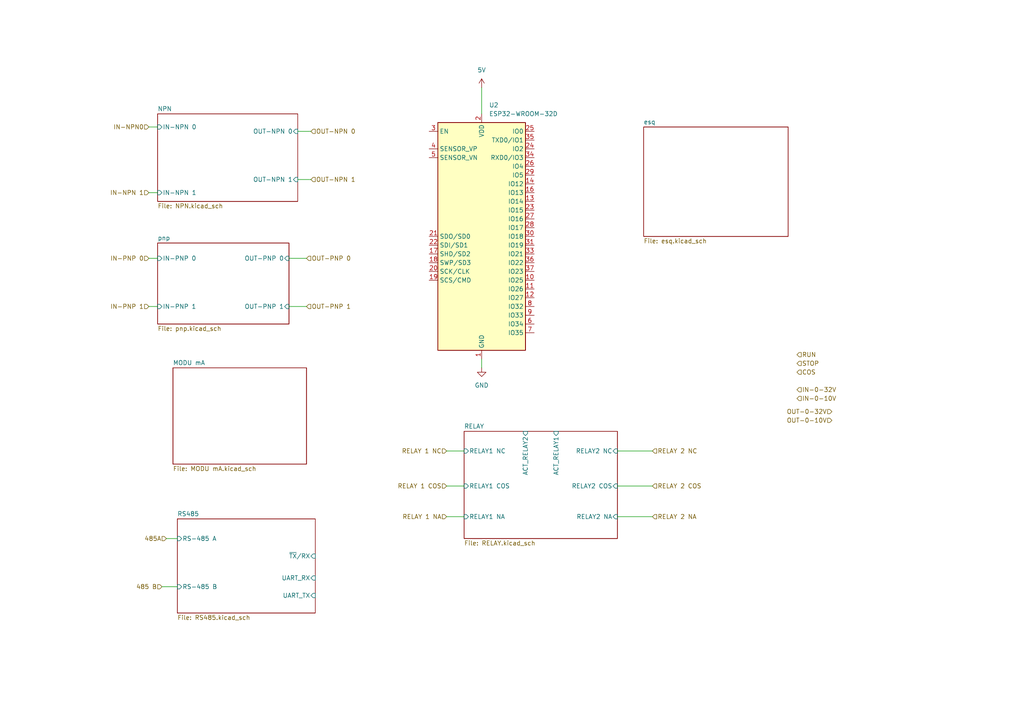
<source format=kicad_sch>
(kicad_sch
	(version 20250114)
	(generator "eeschema")
	(generator_version "9.0")
	(uuid "1c1dc4fd-f596-4f1c-9732-d4d58e86b314")
	(paper "A4")
	(lib_symbols
		(symbol "RF_Module:ESP32-WROOM-32D"
			(exclude_from_sim no)
			(in_bom yes)
			(on_board yes)
			(property "Reference" "U"
				(at -12.7 34.29 0)
				(effects
					(font
						(size 1.27 1.27)
					)
					(justify left)
				)
			)
			(property "Value" "ESP32-WROOM-32D"
				(at 1.27 34.29 0)
				(effects
					(font
						(size 1.27 1.27)
					)
					(justify left)
				)
			)
			(property "Footprint" "RF_Module:ESP32-WROOM-32D"
				(at 16.51 -34.29 0)
				(effects
					(font
						(size 1.27 1.27)
					)
					(hide yes)
				)
			)
			(property "Datasheet" "https://www.espressif.com/sites/default/files/documentation/esp32-wroom-32d_esp32-wroom-32u_datasheet_en.pdf"
				(at -7.62 1.27 0)
				(effects
					(font
						(size 1.27 1.27)
					)
					(hide yes)
				)
			)
			(property "Description" "RF Module, ESP32-D0WD SoC, Wi-Fi 802.11b/g/n, Bluetooth, BLE, 32-bit, 2.7-3.6V, onboard antenna, SMD"
				(at 0 0 0)
				(effects
					(font
						(size 1.27 1.27)
					)
					(hide yes)
				)
			)
			(property "ki_keywords" "RF Radio BT ESP ESP32 Espressif onboard PCB antenna"
				(at 0 0 0)
				(effects
					(font
						(size 1.27 1.27)
					)
					(hide yes)
				)
			)
			(property "ki_fp_filters" "ESP32?WROOM?32D*"
				(at 0 0 0)
				(effects
					(font
						(size 1.27 1.27)
					)
					(hide yes)
				)
			)
			(symbol "ESP32-WROOM-32D_0_1"
				(rectangle
					(start -12.7 33.02)
					(end 12.7 -33.02)
					(stroke
						(width 0.254)
						(type default)
					)
					(fill
						(type background)
					)
				)
			)
			(symbol "ESP32-WROOM-32D_1_1"
				(pin input line
					(at -15.24 30.48 0)
					(length 2.54)
					(name "EN"
						(effects
							(font
								(size 1.27 1.27)
							)
						)
					)
					(number "3"
						(effects
							(font
								(size 1.27 1.27)
							)
						)
					)
				)
				(pin input line
					(at -15.24 25.4 0)
					(length 2.54)
					(name "SENSOR_VP"
						(effects
							(font
								(size 1.27 1.27)
							)
						)
					)
					(number "4"
						(effects
							(font
								(size 1.27 1.27)
							)
						)
					)
				)
				(pin input line
					(at -15.24 22.86 0)
					(length 2.54)
					(name "SENSOR_VN"
						(effects
							(font
								(size 1.27 1.27)
							)
						)
					)
					(number "5"
						(effects
							(font
								(size 1.27 1.27)
							)
						)
					)
				)
				(pin bidirectional line
					(at -15.24 0 0)
					(length 2.54)
					(name "SDO/SD0"
						(effects
							(font
								(size 1.27 1.27)
							)
						)
					)
					(number "21"
						(effects
							(font
								(size 1.27 1.27)
							)
						)
					)
				)
				(pin bidirectional line
					(at -15.24 -2.54 0)
					(length 2.54)
					(name "SDI/SD1"
						(effects
							(font
								(size 1.27 1.27)
							)
						)
					)
					(number "22"
						(effects
							(font
								(size 1.27 1.27)
							)
						)
					)
				)
				(pin bidirectional line
					(at -15.24 -5.08 0)
					(length 2.54)
					(name "SHD/SD2"
						(effects
							(font
								(size 1.27 1.27)
							)
						)
					)
					(number "17"
						(effects
							(font
								(size 1.27 1.27)
							)
						)
					)
				)
				(pin bidirectional line
					(at -15.24 -7.62 0)
					(length 2.54)
					(name "SWP/SD3"
						(effects
							(font
								(size 1.27 1.27)
							)
						)
					)
					(number "18"
						(effects
							(font
								(size 1.27 1.27)
							)
						)
					)
				)
				(pin bidirectional line
					(at -15.24 -10.16 0)
					(length 2.54)
					(name "SCK/CLK"
						(effects
							(font
								(size 1.27 1.27)
							)
						)
					)
					(number "20"
						(effects
							(font
								(size 1.27 1.27)
							)
						)
					)
				)
				(pin bidirectional line
					(at -15.24 -12.7 0)
					(length 2.54)
					(name "SCS/CMD"
						(effects
							(font
								(size 1.27 1.27)
							)
						)
					)
					(number "19"
						(effects
							(font
								(size 1.27 1.27)
							)
						)
					)
				)
				(pin no_connect line
					(at -12.7 -27.94 0)
					(length 2.54)
					(hide yes)
					(name "NC"
						(effects
							(font
								(size 1.27 1.27)
							)
						)
					)
					(number "32"
						(effects
							(font
								(size 1.27 1.27)
							)
						)
					)
				)
				(pin power_in line
					(at 0 35.56 270)
					(length 2.54)
					(name "VDD"
						(effects
							(font
								(size 1.27 1.27)
							)
						)
					)
					(number "2"
						(effects
							(font
								(size 1.27 1.27)
							)
						)
					)
				)
				(pin power_in line
					(at 0 -35.56 90)
					(length 2.54)
					(name "GND"
						(effects
							(font
								(size 1.27 1.27)
							)
						)
					)
					(number "1"
						(effects
							(font
								(size 1.27 1.27)
							)
						)
					)
				)
				(pin passive line
					(at 0 -35.56 90)
					(length 2.54)
					(hide yes)
					(name "GND"
						(effects
							(font
								(size 1.27 1.27)
							)
						)
					)
					(number "15"
						(effects
							(font
								(size 1.27 1.27)
							)
						)
					)
				)
				(pin passive line
					(at 0 -35.56 90)
					(length 2.54)
					(hide yes)
					(name "GND"
						(effects
							(font
								(size 1.27 1.27)
							)
						)
					)
					(number "38"
						(effects
							(font
								(size 1.27 1.27)
							)
						)
					)
				)
				(pin passive line
					(at 0 -35.56 90)
					(length 2.54)
					(hide yes)
					(name "GND"
						(effects
							(font
								(size 1.27 1.27)
							)
						)
					)
					(number "39"
						(effects
							(font
								(size 1.27 1.27)
							)
						)
					)
				)
				(pin bidirectional line
					(at 15.24 30.48 180)
					(length 2.54)
					(name "IO0"
						(effects
							(font
								(size 1.27 1.27)
							)
						)
					)
					(number "25"
						(effects
							(font
								(size 1.27 1.27)
							)
						)
					)
				)
				(pin bidirectional line
					(at 15.24 27.94 180)
					(length 2.54)
					(name "TXD0/IO1"
						(effects
							(font
								(size 1.27 1.27)
							)
						)
					)
					(number "35"
						(effects
							(font
								(size 1.27 1.27)
							)
						)
					)
				)
				(pin bidirectional line
					(at 15.24 25.4 180)
					(length 2.54)
					(name "IO2"
						(effects
							(font
								(size 1.27 1.27)
							)
						)
					)
					(number "24"
						(effects
							(font
								(size 1.27 1.27)
							)
						)
					)
				)
				(pin bidirectional line
					(at 15.24 22.86 180)
					(length 2.54)
					(name "RXD0/IO3"
						(effects
							(font
								(size 1.27 1.27)
							)
						)
					)
					(number "34"
						(effects
							(font
								(size 1.27 1.27)
							)
						)
					)
				)
				(pin bidirectional line
					(at 15.24 20.32 180)
					(length 2.54)
					(name "IO4"
						(effects
							(font
								(size 1.27 1.27)
							)
						)
					)
					(number "26"
						(effects
							(font
								(size 1.27 1.27)
							)
						)
					)
				)
				(pin bidirectional line
					(at 15.24 17.78 180)
					(length 2.54)
					(name "IO5"
						(effects
							(font
								(size 1.27 1.27)
							)
						)
					)
					(number "29"
						(effects
							(font
								(size 1.27 1.27)
							)
						)
					)
				)
				(pin bidirectional line
					(at 15.24 15.24 180)
					(length 2.54)
					(name "IO12"
						(effects
							(font
								(size 1.27 1.27)
							)
						)
					)
					(number "14"
						(effects
							(font
								(size 1.27 1.27)
							)
						)
					)
				)
				(pin bidirectional line
					(at 15.24 12.7 180)
					(length 2.54)
					(name "IO13"
						(effects
							(font
								(size 1.27 1.27)
							)
						)
					)
					(number "16"
						(effects
							(font
								(size 1.27 1.27)
							)
						)
					)
				)
				(pin bidirectional line
					(at 15.24 10.16 180)
					(length 2.54)
					(name "IO14"
						(effects
							(font
								(size 1.27 1.27)
							)
						)
					)
					(number "13"
						(effects
							(font
								(size 1.27 1.27)
							)
						)
					)
				)
				(pin bidirectional line
					(at 15.24 7.62 180)
					(length 2.54)
					(name "IO15"
						(effects
							(font
								(size 1.27 1.27)
							)
						)
					)
					(number "23"
						(effects
							(font
								(size 1.27 1.27)
							)
						)
					)
				)
				(pin bidirectional line
					(at 15.24 5.08 180)
					(length 2.54)
					(name "IO16"
						(effects
							(font
								(size 1.27 1.27)
							)
						)
					)
					(number "27"
						(effects
							(font
								(size 1.27 1.27)
							)
						)
					)
				)
				(pin bidirectional line
					(at 15.24 2.54 180)
					(length 2.54)
					(name "IO17"
						(effects
							(font
								(size 1.27 1.27)
							)
						)
					)
					(number "28"
						(effects
							(font
								(size 1.27 1.27)
							)
						)
					)
				)
				(pin bidirectional line
					(at 15.24 0 180)
					(length 2.54)
					(name "IO18"
						(effects
							(font
								(size 1.27 1.27)
							)
						)
					)
					(number "30"
						(effects
							(font
								(size 1.27 1.27)
							)
						)
					)
				)
				(pin bidirectional line
					(at 15.24 -2.54 180)
					(length 2.54)
					(name "IO19"
						(effects
							(font
								(size 1.27 1.27)
							)
						)
					)
					(number "31"
						(effects
							(font
								(size 1.27 1.27)
							)
						)
					)
				)
				(pin bidirectional line
					(at 15.24 -5.08 180)
					(length 2.54)
					(name "IO21"
						(effects
							(font
								(size 1.27 1.27)
							)
						)
					)
					(number "33"
						(effects
							(font
								(size 1.27 1.27)
							)
						)
					)
				)
				(pin bidirectional line
					(at 15.24 -7.62 180)
					(length 2.54)
					(name "IO22"
						(effects
							(font
								(size 1.27 1.27)
							)
						)
					)
					(number "36"
						(effects
							(font
								(size 1.27 1.27)
							)
						)
					)
				)
				(pin bidirectional line
					(at 15.24 -10.16 180)
					(length 2.54)
					(name "IO23"
						(effects
							(font
								(size 1.27 1.27)
							)
						)
					)
					(number "37"
						(effects
							(font
								(size 1.27 1.27)
							)
						)
					)
				)
				(pin bidirectional line
					(at 15.24 -12.7 180)
					(length 2.54)
					(name "IO25"
						(effects
							(font
								(size 1.27 1.27)
							)
						)
					)
					(number "10"
						(effects
							(font
								(size 1.27 1.27)
							)
						)
					)
				)
				(pin bidirectional line
					(at 15.24 -15.24 180)
					(length 2.54)
					(name "IO26"
						(effects
							(font
								(size 1.27 1.27)
							)
						)
					)
					(number "11"
						(effects
							(font
								(size 1.27 1.27)
							)
						)
					)
				)
				(pin bidirectional line
					(at 15.24 -17.78 180)
					(length 2.54)
					(name "IO27"
						(effects
							(font
								(size 1.27 1.27)
							)
						)
					)
					(number "12"
						(effects
							(font
								(size 1.27 1.27)
							)
						)
					)
				)
				(pin bidirectional line
					(at 15.24 -20.32 180)
					(length 2.54)
					(name "IO32"
						(effects
							(font
								(size 1.27 1.27)
							)
						)
					)
					(number "8"
						(effects
							(font
								(size 1.27 1.27)
							)
						)
					)
				)
				(pin bidirectional line
					(at 15.24 -22.86 180)
					(length 2.54)
					(name "IO33"
						(effects
							(font
								(size 1.27 1.27)
							)
						)
					)
					(number "9"
						(effects
							(font
								(size 1.27 1.27)
							)
						)
					)
				)
				(pin input line
					(at 15.24 -25.4 180)
					(length 2.54)
					(name "IO34"
						(effects
							(font
								(size 1.27 1.27)
							)
						)
					)
					(number "6"
						(effects
							(font
								(size 1.27 1.27)
							)
						)
					)
				)
				(pin input line
					(at 15.24 -27.94 180)
					(length 2.54)
					(name "IO35"
						(effects
							(font
								(size 1.27 1.27)
							)
						)
					)
					(number "7"
						(effects
							(font
								(size 1.27 1.27)
							)
						)
					)
				)
			)
			(embedded_fonts no)
		)
		(symbol "power:GND"
			(power)
			(pin_numbers
				(hide yes)
			)
			(pin_names
				(offset 0)
				(hide yes)
			)
			(exclude_from_sim no)
			(in_bom yes)
			(on_board yes)
			(property "Reference" "#PWR"
				(at 0 -6.35 0)
				(effects
					(font
						(size 1.27 1.27)
					)
					(hide yes)
				)
			)
			(property "Value" "GND"
				(at 0 -3.81 0)
				(effects
					(font
						(size 1.27 1.27)
					)
				)
			)
			(property "Footprint" ""
				(at 0 0 0)
				(effects
					(font
						(size 1.27 1.27)
					)
					(hide yes)
				)
			)
			(property "Datasheet" ""
				(at 0 0 0)
				(effects
					(font
						(size 1.27 1.27)
					)
					(hide yes)
				)
			)
			(property "Description" "Power symbol creates a global label with name \"GND\" , ground"
				(at 0 0 0)
				(effects
					(font
						(size 1.27 1.27)
					)
					(hide yes)
				)
			)
			(property "ki_keywords" "global power"
				(at 0 0 0)
				(effects
					(font
						(size 1.27 1.27)
					)
					(hide yes)
				)
			)
			(symbol "GND_0_1"
				(polyline
					(pts
						(xy 0 0) (xy 0 -1.27) (xy 1.27 -1.27) (xy 0 -2.54) (xy -1.27 -1.27) (xy 0 -1.27)
					)
					(stroke
						(width 0)
						(type default)
					)
					(fill
						(type none)
					)
				)
			)
			(symbol "GND_1_1"
				(pin power_in line
					(at 0 0 270)
					(length 0)
					(name "~"
						(effects
							(font
								(size 1.27 1.27)
							)
						)
					)
					(number "1"
						(effects
							(font
								(size 1.27 1.27)
							)
						)
					)
				)
			)
			(embedded_fonts no)
		)
		(symbol "power:VDD"
			(power)
			(pin_numbers
				(hide yes)
			)
			(pin_names
				(offset 0)
				(hide yes)
			)
			(exclude_from_sim no)
			(in_bom yes)
			(on_board yes)
			(property "Reference" "#PWR"
				(at 0 -3.81 0)
				(effects
					(font
						(size 1.27 1.27)
					)
					(hide yes)
				)
			)
			(property "Value" "VDD"
				(at 0 3.556 0)
				(effects
					(font
						(size 1.27 1.27)
					)
				)
			)
			(property "Footprint" ""
				(at 0 0 0)
				(effects
					(font
						(size 1.27 1.27)
					)
					(hide yes)
				)
			)
			(property "Datasheet" ""
				(at 0 0 0)
				(effects
					(font
						(size 1.27 1.27)
					)
					(hide yes)
				)
			)
			(property "Description" "Power symbol creates a global label with name \"VDD\""
				(at 0 0 0)
				(effects
					(font
						(size 1.27 1.27)
					)
					(hide yes)
				)
			)
			(property "ki_keywords" "global power"
				(at 0 0 0)
				(effects
					(font
						(size 1.27 1.27)
					)
					(hide yes)
				)
			)
			(symbol "VDD_0_1"
				(polyline
					(pts
						(xy -0.762 1.27) (xy 0 2.54)
					)
					(stroke
						(width 0)
						(type default)
					)
					(fill
						(type none)
					)
				)
				(polyline
					(pts
						(xy 0 2.54) (xy 0.762 1.27)
					)
					(stroke
						(width 0)
						(type default)
					)
					(fill
						(type none)
					)
				)
				(polyline
					(pts
						(xy 0 0) (xy 0 2.54)
					)
					(stroke
						(width 0)
						(type default)
					)
					(fill
						(type none)
					)
				)
			)
			(symbol "VDD_1_1"
				(pin power_in line
					(at 0 0 90)
					(length 0)
					(name "~"
						(effects
							(font
								(size 1.27 1.27)
							)
						)
					)
					(number "1"
						(effects
							(font
								(size 1.27 1.27)
							)
						)
					)
				)
			)
			(embedded_fonts no)
		)
	)
	(wire
		(pts
			(xy 86.36 38.1) (xy 90.17 38.1)
		)
		(stroke
			(width 0)
			(type default)
		)
		(uuid "0de60afc-3d24-49c0-b45c-d52fe8464571")
	)
	(wire
		(pts
			(xy 179.07 130.81) (xy 189.23 130.81)
		)
		(stroke
			(width 0)
			(type default)
		)
		(uuid "1e92b514-d2fd-4032-9a2f-98a44eac313b")
	)
	(wire
		(pts
			(xy 179.07 149.86) (xy 189.23 149.86)
		)
		(stroke
			(width 0)
			(type default)
		)
		(uuid "5158ef8d-c32f-43f8-ab68-916dbcd099d6")
	)
	(wire
		(pts
			(xy 86.36 52.07) (xy 90.17 52.07)
		)
		(stroke
			(width 0)
			(type default)
		)
		(uuid "5875daa6-5951-4ccf-972a-a1f805260eaf")
	)
	(wire
		(pts
			(xy 43.18 55.88) (xy 45.72 55.88)
		)
		(stroke
			(width 0)
			(type default)
		)
		(uuid "5d531a8e-3f2a-406e-9c00-f8ac0cd74e8f")
	)
	(wire
		(pts
			(xy 129.54 140.97) (xy 134.62 140.97)
		)
		(stroke
			(width 0)
			(type default)
		)
		(uuid "5e7880ed-a1db-4997-8c1c-e9aa0fd7ed03")
	)
	(wire
		(pts
			(xy 139.7 104.14) (xy 139.7 106.68)
		)
		(stroke
			(width 0)
			(type default)
		)
		(uuid "7c47c1ee-5613-4b67-9b20-4ea72fa99bfb")
	)
	(wire
		(pts
			(xy 46.99 170.18) (xy 51.435 170.18)
		)
		(stroke
			(width 0)
			(type default)
		)
		(uuid "7cb29360-ec46-48cd-b4d1-dc7dde925412")
	)
	(wire
		(pts
			(xy 129.54 149.86) (xy 134.62 149.86)
		)
		(stroke
			(width 0)
			(type default)
		)
		(uuid "888406b4-d3b9-4f0d-a8c7-486fa4c66954")
	)
	(wire
		(pts
			(xy 179.07 140.97) (xy 189.23 140.97)
		)
		(stroke
			(width 0)
			(type default)
		)
		(uuid "970bb736-266f-4fc2-a087-44c659d9d7b3")
	)
	(wire
		(pts
			(xy 43.18 88.9) (xy 45.72 88.9)
		)
		(stroke
			(width 0)
			(type default)
		)
		(uuid "aa1ee0e4-1274-4e23-9835-d18d29bbfe40")
	)
	(wire
		(pts
			(xy 129.54 130.81) (xy 134.62 130.81)
		)
		(stroke
			(width 0)
			(type default)
		)
		(uuid "bcdcf5fe-ce3c-4b9e-aa17-23a85d24a243")
	)
	(wire
		(pts
			(xy 139.7 25.4) (xy 139.7 33.02)
		)
		(stroke
			(width 0)
			(type default)
		)
		(uuid "bde2476c-f17b-4650-9dd2-1ec3c84b1bc9")
	)
	(wire
		(pts
			(xy 83.82 74.93) (xy 88.9 74.93)
		)
		(stroke
			(width 0)
			(type default)
		)
		(uuid "d7b71959-b072-4a96-b4ba-a6b40507a0a5")
	)
	(wire
		(pts
			(xy 48.26 156.21) (xy 51.435 156.21)
		)
		(stroke
			(width 0)
			(type default)
		)
		(uuid "e1c080c0-6176-4b59-b88c-fb79e72166ff")
	)
	(wire
		(pts
			(xy 83.82 88.9) (xy 88.9 88.9)
		)
		(stroke
			(width 0)
			(type default)
		)
		(uuid "e61c5a8b-35b0-4990-baf8-d6bd52d14bd7")
	)
	(wire
		(pts
			(xy 43.18 36.83) (xy 45.72 36.83)
		)
		(stroke
			(width 0)
			(type default)
		)
		(uuid "f3e0fb27-c4bf-4bdd-b7d6-222608378320")
	)
	(wire
		(pts
			(xy 43.18 74.93) (xy 45.72 74.93)
		)
		(stroke
			(width 0)
			(type default)
		)
		(uuid "f67f386e-0687-4038-8b6e-922363e0c199")
	)
	(hierarchical_label "OUT-0-32V"
		(shape input)
		(at 241.3 119.38 180)
		(effects
			(font
				(size 1.27 1.27)
			)
			(justify right)
		)
		(uuid "01a3913c-d9ee-4c73-8e09-5a8c4249911a")
	)
	(hierarchical_label "OUT-0-10V"
		(shape input)
		(at 241.3 121.92 180)
		(effects
			(font
				(size 1.27 1.27)
			)
			(justify right)
		)
		(uuid "18320704-3cda-44f0-ad3b-1c35b8cd257c")
	)
	(hierarchical_label "OUT-PNP 0"
		(shape input)
		(at 88.9 74.93 0)
		(effects
			(font
				(size 1.27 1.27)
			)
			(justify left)
		)
		(uuid "1e74003a-bc90-4b81-8146-e40a2566aa9a")
	)
	(hierarchical_label "RELAY 2 NC"
		(shape input)
		(at 189.23 130.81 0)
		(effects
			(font
				(size 1.27 1.27)
			)
			(justify left)
		)
		(uuid "29f6f19d-078c-434b-b9f4-a31129527e37")
	)
	(hierarchical_label "STOP"
		(shape input)
		(at 231.14 105.41 0)
		(effects
			(font
				(size 1.27 1.27)
			)
			(justify left)
		)
		(uuid "2abe5349-9f06-4384-b2a3-6995de2b5647")
	)
	(hierarchical_label "IN-NPN0"
		(shape input)
		(at 43.18 36.83 180)
		(effects
			(font
				(size 1.27 1.27)
			)
			(justify right)
		)
		(uuid "35b6a1c2-68d6-4085-9c77-7a2de172057c")
	)
	(hierarchical_label "IN-PNP 0"
		(shape input)
		(at 43.18 74.93 180)
		(effects
			(font
				(size 1.27 1.27)
			)
			(justify right)
		)
		(uuid "37c96fbe-3ff5-4b53-a3a5-c678b9a33933")
	)
	(hierarchical_label "IN-0-10V"
		(shape input)
		(at 231.14 115.57 0)
		(effects
			(font
				(size 1.27 1.27)
			)
			(justify left)
		)
		(uuid "3a408578-5a3b-41d2-b535-c48c00f65438")
	)
	(hierarchical_label "RELAY 1 COS"
		(shape input)
		(at 129.54 140.97 180)
		(effects
			(font
				(size 1.27 1.27)
			)
			(justify right)
		)
		(uuid "43c9e207-362c-4ed4-9f25-fc9fc963d754")
	)
	(hierarchical_label "RELAY 2 COS"
		(shape input)
		(at 189.23 140.97 0)
		(effects
			(font
				(size 1.27 1.27)
			)
			(justify left)
		)
		(uuid "4b1eedd4-2b86-4950-a1c7-5ed9ab63835b")
	)
	(hierarchical_label "OUT-NPN 0"
		(shape input)
		(at 90.17 38.1 0)
		(effects
			(font
				(size 1.27 1.27)
			)
			(justify left)
		)
		(uuid "6bd55c17-5ba2-4575-8ebb-72be3cf28517")
	)
	(hierarchical_label "OUT-PNP 1"
		(shape input)
		(at 88.9 88.9 0)
		(effects
			(font
				(size 1.27 1.27)
			)
			(justify left)
		)
		(uuid "7f4f126d-b328-4c17-aebc-1adf86df237d")
	)
	(hierarchical_label "485A"
		(shape input)
		(at 48.26 156.21 180)
		(effects
			(font
				(size 1.27 1.27)
			)
			(justify right)
		)
		(uuid "86d31f11-8675-44bd-9c01-50e7f97dd141")
	)
	(hierarchical_label "RELAY 1 NA"
		(shape input)
		(at 129.54 149.86 180)
		(effects
			(font
				(size 1.27 1.27)
			)
			(justify right)
		)
		(uuid "971033d0-98fe-471d-903c-d7a17c3b20b3")
	)
	(hierarchical_label "COS"
		(shape input)
		(at 231.14 107.95 0)
		(effects
			(font
				(size 1.27 1.27)
			)
			(justify left)
		)
		(uuid "97cf4947-3b9f-4988-a081-d9b1500572aa")
	)
	(hierarchical_label "IN-0-32V"
		(shape input)
		(at 231.14 113.03 0)
		(effects
			(font
				(size 1.27 1.27)
			)
			(justify left)
		)
		(uuid "aa9dba8c-a37d-4867-9b84-ae40c9a371fc")
	)
	(hierarchical_label "IN-PNP 1"
		(shape input)
		(at 43.18 88.9 180)
		(effects
			(font
				(size 1.27 1.27)
			)
			(justify right)
		)
		(uuid "b7ce7e26-2264-4089-bb3c-80277162c9ba")
	)
	(hierarchical_label "RELAY 1 NC"
		(shape input)
		(at 129.54 130.81 180)
		(effects
			(font
				(size 1.27 1.27)
			)
			(justify right)
		)
		(uuid "d9438022-9224-4d10-9663-6b859d652b10")
	)
	(hierarchical_label "OUT-NPN 1"
		(shape input)
		(at 90.17 52.07 0)
		(effects
			(font
				(size 1.27 1.27)
			)
			(justify left)
		)
		(uuid "e0c27f5c-c265-4b87-8c5d-65caa78bf12a")
	)
	(hierarchical_label "IN-NPN 1"
		(shape input)
		(at 43.18 55.88 180)
		(effects
			(font
				(size 1.27 1.27)
			)
			(justify right)
		)
		(uuid "ebd27201-e983-4186-a9e2-08f0b1ac8363")
	)
	(hierarchical_label "RELAY 2 NA"
		(shape input)
		(at 189.23 149.86 0)
		(effects
			(font
				(size 1.27 1.27)
			)
			(justify left)
		)
		(uuid "f36f4a78-431d-4468-8124-c5f40e31429a")
	)
	(hierarchical_label "485 B"
		(shape input)
		(at 46.99 170.18 180)
		(effects
			(font
				(size 1.27 1.27)
			)
			(justify right)
		)
		(uuid "fda4116e-33b7-4b86-9b8f-15b3d0fe685e")
	)
	(hierarchical_label "RUN"
		(shape input)
		(at 231.14 102.87 0)
		(effects
			(font
				(size 1.27 1.27)
			)
			(justify left)
		)
		(uuid "ffec8862-4d72-49da-9c37-7822017a2ac1")
	)
	(symbol
		(lib_id "power:GND")
		(at 139.7 106.68 0)
		(unit 1)
		(exclude_from_sim no)
		(in_bom yes)
		(on_board yes)
		(dnp no)
		(fields_autoplaced yes)
		(uuid "30834b72-a577-469d-9591-3ddef4ae7caa")
		(property "Reference" "#PWR020"
			(at 139.7 113.03 0)
			(effects
				(font
					(size 1.27 1.27)
				)
				(hide yes)
			)
		)
		(property "Value" "GND"
			(at 139.7 111.76 0)
			(effects
				(font
					(size 1.27 1.27)
				)
			)
		)
		(property "Footprint" ""
			(at 139.7 106.68 0)
			(effects
				(font
					(size 1.27 1.27)
				)
				(hide yes)
			)
		)
		(property "Datasheet" ""
			(at 139.7 106.68 0)
			(effects
				(font
					(size 1.27 1.27)
				)
				(hide yes)
			)
		)
		(property "Description" "Power symbol creates a global label with name \"GND\" , ground"
			(at 139.7 106.68 0)
			(effects
				(font
					(size 1.27 1.27)
				)
				(hide yes)
			)
		)
		(pin "1"
			(uuid "aec52ebe-f2e8-42f4-ab98-721ec57c40d2")
		)
		(instances
			(project ""
				(path "/3316800a-fcca-41ca-9023-20b291ea5b86/c0cd373c-de7c-400a-b964-13d674a357ce"
					(reference "#PWR020")
					(unit 1)
				)
			)
		)
	)
	(symbol
		(lib_id "RF_Module:ESP32-WROOM-32D")
		(at 139.7 68.58 0)
		(unit 1)
		(exclude_from_sim no)
		(in_bom yes)
		(on_board yes)
		(dnp no)
		(fields_autoplaced yes)
		(uuid "85195de0-8dc2-4fec-aa4a-8956e9b107b4")
		(property "Reference" "U2"
			(at 141.8433 30.48 0)
			(effects
				(font
					(size 1.27 1.27)
				)
				(justify left)
			)
		)
		(property "Value" "ESP32-WROOM-32D"
			(at 141.8433 33.02 0)
			(effects
				(font
					(size 1.27 1.27)
				)
				(justify left)
			)
		)
		(property "Footprint" "RF_Module:ESP32-WROOM-32D"
			(at 156.21 102.87 0)
			(effects
				(font
					(size 1.27 1.27)
				)
				(hide yes)
			)
		)
		(property "Datasheet" "https://www.espressif.com/sites/default/files/documentation/esp32-wroom-32d_esp32-wroom-32u_datasheet_en.pdf"
			(at 132.08 67.31 0)
			(effects
				(font
					(size 1.27 1.27)
				)
				(hide yes)
			)
		)
		(property "Description" "RF Module, ESP32-D0WD SoC, Wi-Fi 802.11b/g/n, Bluetooth, BLE, 32-bit, 2.7-3.6V, onboard antenna, SMD"
			(at 139.7 68.58 0)
			(effects
				(font
					(size 1.27 1.27)
				)
				(hide yes)
			)
		)
		(pin "8"
			(uuid "d6867991-741b-4a4b-82d5-c60ab30a88c8")
		)
		(pin "9"
			(uuid "de6ad89e-a776-42b7-88e9-07ec3e4f629e")
		)
		(pin "6"
			(uuid "2e085566-af6d-47da-ac01-9d71d5e4cdb4")
		)
		(pin "12"
			(uuid "83066c40-1e6a-44f3-8718-c1cdb5defb13")
		)
		(pin "11"
			(uuid "d18ff094-bdb9-4740-894a-1770b8993912")
		)
		(pin "7"
			(uuid "738f94fc-a32c-4b06-823c-0cbb6ce00e15")
		)
		(pin "4"
			(uuid "533723c6-630a-4b64-b020-e6f2fe92a863")
		)
		(pin "3"
			(uuid "9480ca6f-2c46-4481-b6b5-d8a4fc555500")
		)
		(pin "20"
			(uuid "ffdfdd72-b501-4658-9c8e-5d3dac6c2be4")
		)
		(pin "19"
			(uuid "d58dc295-c5b4-4761-99b0-50ff21b08216")
		)
		(pin "17"
			(uuid "a23beb5e-cc81-47ad-8a9a-bcf354df946f")
		)
		(pin "5"
			(uuid "59dfd6fa-ccfa-42e4-a0e8-2f3708f0b5a1")
		)
		(pin "32"
			(uuid "a03126f8-c414-4eea-b136-a55f888f07c6")
		)
		(pin "2"
			(uuid "f4a7ee01-b135-4ba9-8a1d-4ce9a24f8b28")
		)
		(pin "1"
			(uuid "480c1e4e-a634-4531-bdb7-a061d76f9438")
		)
		(pin "21"
			(uuid "54f3c792-5aca-4046-a231-dd3905628526")
		)
		(pin "15"
			(uuid "2dd0a54c-aef8-4a3e-8d79-aaa3439a958e")
		)
		(pin "18"
			(uuid "e74237f9-9118-48c6-9bd7-b077f64d6716")
		)
		(pin "38"
			(uuid "436e5f93-7765-4910-93ee-181411225796")
		)
		(pin "22"
			(uuid "a5c7bb27-553a-423f-b4b0-707db8709989")
		)
		(pin "35"
			(uuid "6743add3-71ba-46c4-a408-aa1ad07d03a3")
		)
		(pin "13"
			(uuid "e602e92c-48c2-4b35-8ace-3a4547c0d708")
		)
		(pin "29"
			(uuid "7f5016bb-f9f2-4598-887f-ea3a493c99c4")
		)
		(pin "27"
			(uuid "1db6cfa7-b1f0-48e1-8a33-11879ac84f3a")
		)
		(pin "37"
			(uuid "41706e2d-daef-4099-9e20-776a2498fcb2")
		)
		(pin "25"
			(uuid "4aec8c19-94da-4f17-b65c-b662e12d5066")
		)
		(pin "34"
			(uuid "522af5af-06ad-45c8-a7de-9b362db986f0")
		)
		(pin "14"
			(uuid "7314a576-835b-426c-99ea-10b910fc69ad")
		)
		(pin "28"
			(uuid "97fd9fba-51c7-4d06-acea-097b9d39362f")
		)
		(pin "31"
			(uuid "b2bcbc7c-807b-456b-aa37-903d7ab90657")
		)
		(pin "36"
			(uuid "6588d326-cefb-4e23-8de5-15b103c7218c")
		)
		(pin "10"
			(uuid "494294d7-6581-497f-8964-e1cb2328b908")
		)
		(pin "39"
			(uuid "521d55a6-6652-433c-ac12-6aa75b689360")
		)
		(pin "30"
			(uuid "9647ace6-e183-4709-b554-f1bae980d389")
		)
		(pin "33"
			(uuid "f434d0e2-39a5-4f80-918a-d28bd48d0a51")
		)
		(pin "26"
			(uuid "98b48e57-e288-4c62-9a01-4c5cd2b84302")
		)
		(pin "16"
			(uuid "3be1edac-efc2-45dc-bd43-51c5d0470f28")
		)
		(pin "24"
			(uuid "d0764e5e-429c-48ab-bbd6-e89088d37dbc")
		)
		(pin "23"
			(uuid "c1cb885c-fd02-4e93-b8e6-91df7c6b4925")
		)
		(instances
			(project "NIVARA"
				(path "/3316800a-fcca-41ca-9023-20b291ea5b86/c0cd373c-de7c-400a-b964-13d674a357ce"
					(reference "U2")
					(unit 1)
				)
			)
		)
	)
	(symbol
		(lib_id "power:VDD")
		(at 139.7 25.4 0)
		(unit 1)
		(exclude_from_sim no)
		(in_bom yes)
		(on_board yes)
		(dnp no)
		(fields_autoplaced yes)
		(uuid "e492297a-aea4-4be3-8459-eb731cec5987")
		(property "Reference" "#PWR019"
			(at 139.7 29.21 0)
			(effects
				(font
					(size 1.27 1.27)
				)
				(hide yes)
			)
		)
		(property "Value" "5V"
			(at 139.7 20.32 0)
			(effects
				(font
					(size 1.27 1.27)
				)
			)
		)
		(property "Footprint" ""
			(at 139.7 25.4 0)
			(effects
				(font
					(size 1.27 1.27)
				)
				(hide yes)
			)
		)
		(property "Datasheet" ""
			(at 139.7 25.4 0)
			(effects
				(font
					(size 1.27 1.27)
				)
				(hide yes)
			)
		)
		(property "Description" "Power symbol creates a global label with name \"VDD\""
			(at 139.7 25.4 0)
			(effects
				(font
					(size 1.27 1.27)
				)
				(hide yes)
			)
		)
		(pin "1"
			(uuid "5f0e8bf8-90b8-44b9-a6ab-d14d534cf826")
		)
		(instances
			(project ""
				(path "/3316800a-fcca-41ca-9023-20b291ea5b86/c0cd373c-de7c-400a-b964-13d674a357ce"
					(reference "#PWR019")
					(unit 1)
				)
			)
		)
	)
	(sheet
		(at 45.72 70.485)
		(size 38.1 23.495)
		(exclude_from_sim no)
		(in_bom yes)
		(on_board yes)
		(dnp no)
		(fields_autoplaced yes)
		(stroke
			(width 0.1524)
			(type solid)
		)
		(fill
			(color 0 0 0 0.0000)
		)
		(uuid "13ac4147-e1db-43a0-8ca9-c70fa7daf851")
		(property "Sheetname" "pnp"
			(at 45.72 69.7734 0)
			(effects
				(font
					(size 1.27 1.27)
				)
				(justify left bottom)
			)
		)
		(property "Sheetfile" "pnp.kicad_sch"
			(at 45.72 94.5646 0)
			(effects
				(font
					(size 1.27 1.27)
				)
				(justify left top)
			)
		)
		(pin "IN-PNP 0" input
			(at 45.72 74.93 180)
			(uuid "793b1e4a-f4a6-491e-abdf-5325ec72f2a8")
			(effects
				(font
					(size 1.27 1.27)
				)
				(justify left)
			)
		)
		(pin "OUT-PNP 0" input
			(at 83.82 74.93 0)
			(uuid "1490cb9f-87e4-4237-ab4d-0a54fad9e773")
			(effects
				(font
					(size 1.27 1.27)
				)
				(justify right)
			)
		)
		(pin "IN-PNP 1" input
			(at 45.72 88.9 180)
			(uuid "c4c000b4-8701-4c2b-aae7-89f6cda17cbf")
			(effects
				(font
					(size 1.27 1.27)
				)
				(justify left)
			)
		)
		(pin "OUT-PNP 1" input
			(at 83.82 88.9 0)
			(uuid "11985979-b868-46c6-aa23-6d39794bae90")
			(effects
				(font
					(size 1.27 1.27)
				)
				(justify right)
			)
		)
		(instances
			(project "NIVARA"
				(path "/3316800a-fcca-41ca-9023-20b291ea5b86/c0cd373c-de7c-400a-b964-13d674a357ce"
					(page "4")
				)
			)
		)
	)
	(sheet
		(at 186.69 36.83)
		(size 41.91 31.75)
		(exclude_from_sim no)
		(in_bom yes)
		(on_board yes)
		(dnp no)
		(fields_autoplaced yes)
		(stroke
			(width 0.1524)
			(type solid)
		)
		(fill
			(color 0 0 0 0.0000)
		)
		(uuid "14049831-5bf8-4e7b-878e-e4f7aa7e38c7")
		(property "Sheetname" "esq"
			(at 186.69 36.1184 0)
			(effects
				(font
					(size 1.27 1.27)
				)
				(justify left bottom)
			)
		)
		(property "Sheetfile" "esq.kicad_sch"
			(at 186.69 69.1646 0)
			(effects
				(font
					(size 1.27 1.27)
				)
				(justify left top)
			)
		)
		(instances
			(project "NIVARA"
				(path "/3316800a-fcca-41ca-9023-20b291ea5b86/c0cd373c-de7c-400a-b964-13d674a357ce"
					(page "8")
				)
			)
		)
	)
	(sheet
		(at 134.62 125.095)
		(size 44.45 31.115)
		(exclude_from_sim no)
		(in_bom yes)
		(on_board yes)
		(dnp no)
		(fields_autoplaced yes)
		(stroke
			(width 0.1524)
			(type solid)
		)
		(fill
			(color 0 0 0 0.0000)
		)
		(uuid "3c9c2bea-e645-4ae7-a1e0-e410be589df3")
		(property "Sheetname" "RELAY"
			(at 134.62 124.3834 0)
			(effects
				(font
					(size 1.27 1.27)
				)
				(justify left bottom)
			)
		)
		(property "Sheetfile" "RELAY.kicad_sch"
			(at 134.62 156.7946 0)
			(effects
				(font
					(size 1.27 1.27)
				)
				(justify left top)
			)
		)
		(pin "ACT_RELAY1" input
			(at 161.29 125.095 90)
			(uuid "598b593a-6702-4cfb-80fb-3276d79c790c")
			(effects
				(font
					(size 1.27 1.27)
				)
				(justify right)
			)
		)
		(pin "ACT_RELAY2" input
			(at 152.4 125.095 90)
			(uuid "354a9933-dc07-431a-b51e-23396a10b986")
			(effects
				(font
					(size 1.27 1.27)
				)
				(justify right)
			)
		)
		(pin "RELAY1 COS" input
			(at 134.62 140.97 180)
			(uuid "9c7e6c60-3fe3-4f59-95b6-4a625f931829")
			(effects
				(font
					(size 1.27 1.27)
				)
				(justify left)
			)
		)
		(pin "RELAY1 NA" input
			(at 134.62 149.86 180)
			(uuid "08ceddfa-8231-4c61-8a8c-933021e0f65b")
			(effects
				(font
					(size 1.27 1.27)
				)
				(justify left)
			)
		)
		(pin "RELAY1 NC" input
			(at 134.62 130.81 180)
			(uuid "7bbcc8d5-f082-4f96-be5f-0fec0dac3c8c")
			(effects
				(font
					(size 1.27 1.27)
				)
				(justify left)
			)
		)
		(pin "RELAY2 COS" input
			(at 179.07 140.97 0)
			(uuid "f4ec85cc-ea43-4edd-858f-d8490fcd21b8")
			(effects
				(font
					(size 1.27 1.27)
				)
				(justify right)
			)
		)
		(pin "RELAY2 NA" input
			(at 179.07 149.86 0)
			(uuid "c3e4a31e-bf7c-4320-834d-2cdefe37a0e4")
			(effects
				(font
					(size 1.27 1.27)
				)
				(justify right)
			)
		)
		(pin "RELAY2 NC" input
			(at 179.07 130.81 0)
			(uuid "77eb42f0-29d6-4059-827e-bf7e05e7cd40")
			(effects
				(font
					(size 1.27 1.27)
				)
				(justify right)
			)
		)
		(instances
			(project "NIVARA"
				(path "/3316800a-fcca-41ca-9023-20b291ea5b86/c0cd373c-de7c-400a-b964-13d674a357ce"
					(page "7")
				)
			)
		)
	)
	(sheet
		(at 50.165 106.68)
		(size 38.735 27.94)
		(exclude_from_sim no)
		(in_bom yes)
		(on_board yes)
		(dnp no)
		(fields_autoplaced yes)
		(stroke
			(width 0.1524)
			(type solid)
		)
		(fill
			(color 0 0 0 0.0000)
		)
		(uuid "7ca2ab17-9c0c-4ac1-bb9d-b00bb7e3789b")
		(property "Sheetname" "MODU mA"
			(at 50.165 105.9684 0)
			(effects
				(font
					(size 1.27 1.27)
				)
				(justify left bottom)
			)
		)
		(property "Sheetfile" "MODU mA.kicad_sch"
			(at 50.165 135.2046 0)
			(effects
				(font
					(size 1.27 1.27)
				)
				(justify left top)
			)
		)
		(property "Field2" ""
			(at 50.165 106.68 0)
			(effects
				(font
					(size 1.27 1.27)
				)
			)
		)
		(instances
			(project "NIVARA"
				(path "/3316800a-fcca-41ca-9023-20b291ea5b86/c0cd373c-de7c-400a-b964-13d674a357ce"
					(page "5")
				)
			)
		)
	)
	(sheet
		(at 51.435 150.495)
		(size 40.005 27.305)
		(exclude_from_sim no)
		(in_bom yes)
		(on_board yes)
		(dnp no)
		(fields_autoplaced yes)
		(stroke
			(width 0.1524)
			(type solid)
		)
		(fill
			(color 0 0 0 0.0000)
		)
		(uuid "d14a097e-4604-4e3c-a466-5e4b8c3214ba")
		(property "Sheetname" "RS485"
			(at 51.435 149.7834 0)
			(effects
				(font
					(size 1.27 1.27)
				)
				(justify left bottom)
			)
		)
		(property "Sheetfile" "RS485.kicad_sch"
			(at 51.435 178.3846 0)
			(effects
				(font
					(size 1.27 1.27)
				)
				(justify left top)
			)
		)
		(property "Field2" ""
			(at 51.435 150.495 0)
			(effects
				(font
					(size 1.27 1.27)
				)
			)
		)
		(pin "RS-485 A" input
			(at 51.435 156.21 180)
			(uuid "d9ec2f18-2dc6-4e85-91f5-c64941d524e0")
			(effects
				(font
					(size 1.27 1.27)
				)
				(justify left)
			)
		)
		(pin "RS-485 B" input
			(at 51.435 170.18 180)
			(uuid "e4dcdda2-a80b-4f7c-97d8-d27b8791ba47")
			(effects
				(font
					(size 1.27 1.27)
				)
				(justify left)
			)
		)
		(pin "UART_RX" input
			(at 91.44 167.64 0)
			(uuid "adbd096d-9055-4a16-aaad-977ee5187da5")
			(effects
				(font
					(size 1.27 1.27)
				)
				(justify right)
			)
		)
		(pin "UART_TX" input
			(at 91.44 172.72 0)
			(uuid "72a736a2-d043-43ea-9c69-fc5a60d8461a")
			(effects
				(font
					(size 1.27 1.27)
				)
				(justify right)
			)
		)
		(pin "~{TX}{slash}RX" input
			(at 91.44 161.29 0)
			(uuid "53c2d174-40d7-4701-973d-68e921ccb261")
			(effects
				(font
					(size 1.27 1.27)
				)
				(justify right)
			)
		)
		(instances
			(project "NIVARA"
				(path "/3316800a-fcca-41ca-9023-20b291ea5b86/c0cd373c-de7c-400a-b964-13d674a357ce"
					(page "6")
				)
			)
		)
	)
	(sheet
		(at 45.72 33.02)
		(size 40.64 25.4)
		(exclude_from_sim no)
		(in_bom yes)
		(on_board yes)
		(dnp no)
		(fields_autoplaced yes)
		(stroke
			(width 0.1524)
			(type solid)
		)
		(fill
			(color 0 0 0 0.0000)
		)
		(uuid "e2a48aaf-19ac-46ed-a039-8d53e3675c41")
		(property "Sheetname" "NPN"
			(at 45.72 32.3084 0)
			(effects
				(font
					(size 1.27 1.27)
				)
				(justify left bottom)
			)
		)
		(property "Sheetfile" "NPN.kicad_sch"
			(at 45.72 59.0046 0)
			(effects
				(font
					(size 1.27 1.27)
				)
				(justify left top)
			)
		)
		(pin "IN-NPN 0" input
			(at 45.72 36.83 180)
			(uuid "6348c8a9-13fd-4d61-b6a3-29c2545ce752")
			(effects
				(font
					(size 1.27 1.27)
				)
				(justify left)
			)
		)
		(pin "IN-NPN 1" input
			(at 45.72 55.88 180)
			(uuid "1e062369-a9b3-4c54-a9a3-5cd5da6ba775")
			(effects
				(font
					(size 1.27 1.27)
				)
				(justify left)
			)
		)
		(pin "OUT-NPN 0" input
			(at 86.36 38.1 0)
			(uuid "f5d5fe9f-3baa-4be1-b6e3-179cd7a2083b")
			(effects
				(font
					(size 1.27 1.27)
				)
				(justify right)
			)
		)
		(pin "OUT-NPN 1" input
			(at 86.36 52.07 0)
			(uuid "d374d548-0afa-468e-af37-55354707efda")
			(effects
				(font
					(size 1.27 1.27)
				)
				(justify right)
			)
		)
		(instances
			(project "NIVARA"
				(path "/3316800a-fcca-41ca-9023-20b291ea5b86/c0cd373c-de7c-400a-b964-13d674a357ce"
					(page "3")
				)
			)
		)
	)
)

</source>
